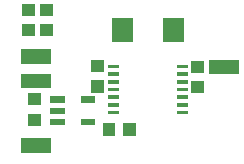
<source format=gtp>
G04 Layer: TopPasteMaskLayer*
G04 EasyEDA v6.4.7, 2021-01-18T10:53:27+01:00*
G04 ca9b9a0dce2c468c998d6246f507db70,8dc9eacff13444d6b60fd3cb587e6cd5,01*
G04 Gerber Generator version 0.2*
G04 Scale: 100 percent, Rotated: No, Reflected: No *
G04 Dimensions in inches *
G04 leading zeros omitted , absolute positions ,2 integer and 4 decimal *
%FSLAX24Y24*%
%MOIN*%
G90*
D02*

%ADD15R,0.100000X0.050000*%

%LPD*%
G36*
G01X1625Y2059D02*
G01X1625Y1842D01*
G01X1153Y1842D01*
G01X1153Y2059D01*
G01X1625Y2059D01*
G37*
G36*
G01X1625Y1685D02*
G01X1625Y1468D01*
G01X1153Y1468D01*
G01X1153Y1685D01*
G01X1625Y1685D01*
G37*
G36*
G01X1625Y1311D02*
G01X1625Y1094D01*
G01X1153Y1094D01*
G01X1153Y1311D01*
G01X1625Y1311D01*
G37*
G36*
G01X2649Y1311D02*
G01X2649Y1094D01*
G01X2177Y1094D01*
G01X2177Y1311D01*
G01X2649Y1311D01*
G37*
G36*
G01X2649Y2059D02*
G01X2649Y1842D01*
G01X2177Y1842D01*
G01X2177Y2059D01*
G01X2649Y2059D01*
G37*
G36*
G01X2511Y2175D02*
G01X2511Y2588D01*
G01X2936Y2588D01*
G01X2936Y2175D01*
G01X2511Y2175D01*
G37*
G36*
G01X2511Y2864D02*
G01X2511Y3277D01*
G01X2936Y3277D01*
G01X2936Y2864D01*
G01X2511Y2864D01*
G37*
G36*
G01X826Y2169D02*
G01X826Y1755D01*
G01X401Y1755D01*
G01X401Y2169D01*
G01X826Y2169D01*
G37*
G36*
G01X826Y1480D02*
G01X826Y1066D01*
G01X401Y1066D01*
G01X401Y1480D01*
G01X826Y1480D01*
G37*
G36*
G01X5858Y2177D02*
G01X5858Y2570D01*
G01X6291Y2570D01*
G01X6291Y2177D01*
G01X5858Y2177D01*
G37*
G36*
G01X5858Y2846D02*
G01X5858Y3240D01*
G01X6291Y3240D01*
G01X6291Y2846D01*
G01X5858Y2846D01*
G37*
G36*
G01X3455Y3111D02*
G01X3455Y2991D01*
G01X3065Y2991D01*
G01X3065Y3111D01*
G01X3455Y3111D01*
G37*
G36*
G01X3455Y2855D02*
G01X3455Y2735D01*
G01X3065Y2735D01*
G01X3065Y2855D01*
G01X3455Y2855D01*
G37*
G36*
G01X3455Y2599D02*
G01X3455Y2479D01*
G01X3065Y2479D01*
G01X3065Y2599D01*
G01X3455Y2599D01*
G37*
G36*
G01X3455Y2343D02*
G01X3455Y2223D01*
G01X3065Y2223D01*
G01X3065Y2343D01*
G01X3455Y2343D01*
G37*
G36*
G01X3455Y2087D02*
G01X3455Y1967D01*
G01X3065Y1967D01*
G01X3065Y2087D01*
G01X3455Y2087D01*
G37*
G36*
G01X3455Y1831D02*
G01X3455Y1711D01*
G01X3065Y1711D01*
G01X3065Y1831D01*
G01X3455Y1831D01*
G37*
G36*
G01X3455Y1575D02*
G01X3455Y1455D01*
G01X3065Y1455D01*
G01X3065Y1575D01*
G01X3455Y1575D01*
G37*
G36*
G01X5753Y1575D02*
G01X5753Y1455D01*
G01X5363Y1455D01*
G01X5363Y1575D01*
G01X5753Y1575D01*
G37*
G36*
G01X5753Y1831D02*
G01X5753Y1711D01*
G01X5363Y1711D01*
G01X5363Y1831D01*
G01X5753Y1831D01*
G37*
G36*
G01X5753Y2087D02*
G01X5753Y1967D01*
G01X5363Y1967D01*
G01X5363Y2087D01*
G01X5753Y2087D01*
G37*
G36*
G01X5753Y2343D02*
G01X5753Y2223D01*
G01X5363Y2223D01*
G01X5363Y2343D01*
G01X5753Y2343D01*
G37*
G36*
G01X5753Y2599D02*
G01X5753Y2479D01*
G01X5363Y2479D01*
G01X5363Y2599D01*
G01X5753Y2599D01*
G37*
G36*
G01X5753Y2855D02*
G01X5753Y2735D01*
G01X5363Y2735D01*
G01X5363Y2855D01*
G01X5753Y2855D01*
G37*
G36*
G01X5753Y3111D02*
G01X5753Y2991D01*
G01X5363Y2991D01*
G01X5363Y3111D01*
G01X5753Y3111D01*
G37*
G36*
G01X1240Y5137D02*
G01X1240Y4744D01*
G01X807Y4744D01*
G01X807Y5137D01*
G01X1240Y5137D01*
G37*
G36*
G01X1240Y4468D02*
G01X1240Y4074D01*
G01X807Y4074D01*
G01X807Y4468D01*
G01X1240Y4468D01*
G37*
G36*
G01X629Y5137D02*
G01X629Y4744D01*
G01X196Y4744D01*
G01X196Y5137D01*
G01X629Y5137D01*
G37*
G36*
G01X629Y4468D02*
G01X629Y4074D01*
G01X196Y4074D01*
G01X196Y4468D01*
G01X629Y4468D01*
G37*
G54D15*
G01X6929Y3051D03*
G36*
G01X169Y3635D02*
G01X1169Y3635D01*
G01X1169Y3135D01*
G01X169Y3135D01*
G01X169Y3635D01*
G37*
G36*
G01X169Y683D02*
G01X1169Y683D01*
G01X1169Y183D01*
G01X169Y183D01*
G01X169Y683D01*
G37*
G01X669Y2559D03*
G36*
G01X2893Y1177D02*
G01X3307Y1177D01*
G01X3307Y751D01*
G01X2893Y751D01*
G01X2893Y1177D01*
G37*
G36*
G01X3582Y1177D02*
G01X3995Y1177D01*
G01X3995Y751D01*
G01X3582Y751D01*
G01X3582Y1177D01*
G37*
G36*
G01X3211Y4667D02*
G01X3911Y4667D01*
G01X3911Y3867D01*
G01X3211Y3867D01*
G01X3211Y4667D01*
G37*
G36*
G01X4911Y4667D02*
G01X5611Y4667D01*
G01X5611Y3867D01*
G01X4911Y3867D01*
G01X4911Y4667D01*
G37*
M00*
M02*

</source>
